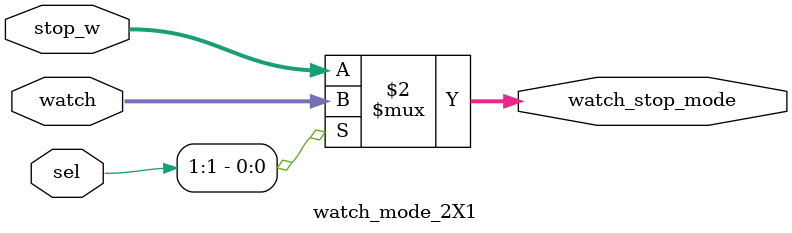
<source format=v>
`timescale 1ns / 1ps

module watch_stopwatch(
    input clk, rst, rst_watch,
    input Btn_L,
    input Btn_R,
    input Btn_U,
    input Btn_D,
    input [1:0] mode,
    input [3:0] btn_ctl_uart,

    output [3:0] fnd_com,
    output [7:0] fnd_data
    );


    wire [23:0]w_time;
    wire [5:0] w_sec, stop_sec;
    wire [6:0] stop_msec, w_msec;
    wire [5:0] stop_min, w_min;
    wire [4:0] stop_hour, w_hour;




    stopwatch U_STOPWATCH(
        .clk(clk),
        .rst(rst),
        .msec(stop_msec),
        .sec(stop_sec),
        .min(stop_min),
        .hour(stop_hour),
        .Btn_R(Btn_R),
        .Btn_L(Btn_L)
    );

    watch U_WATCH(
        .clk(clk),
        .rst(rst_watch),
        //.rst(rst),
        .msec(w_msec),
        .sec(w_sec),
        .min(w_min),
        .hour(w_hour),
        // .Btn_R(Btn_R),
        .Btn_L(Btn_L),
        .Btn_U(Btn_U),
        .Btn_D(Btn_D)//,
        //.btn_ctl_uart(btn_ctl_uart)
    );

    watch_mode_2X1 U_MODE_2X1(
        .sel(mode),
        .stop_w({stop_hour, stop_min, stop_sec, stop_msec}),
        .watch({w_hour, w_min, w_sec, w_msec}),
        .watch_stop_mode(w_time)
    );

    fnd_controller U_FND_CNTL (
        .clk(clk),
        .rst(rst),
        .i_time(w_time),
        .fnd_com(fnd_com),
        .fnd_data(fnd_data),
        .mode(mode)
    );

endmodule




module watch_mode_2X1(
    input [1:0] sel,
    input [23:0] stop_w,
    input [23:0] watch,
    output [23:0] watch_stop_mode
);

    assign watch_stop_mode = (sel[1] == 1) ? watch : stop_w;

endmodule
</source>
